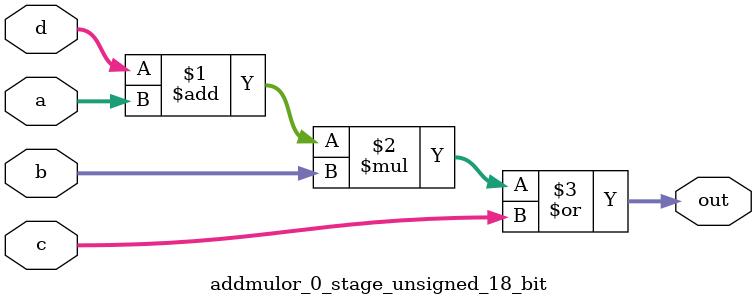
<source format=sv>
(* use_dsp = "yes" *) module addmulor_0_stage_unsigned_18_bit(
	input  [17:0] a,
	input  [17:0] b,
	input  [17:0] c,
	input  [17:0] d,
	output [17:0] out
	);

	assign out = ((d + a) * b) | c;
endmodule

</source>
